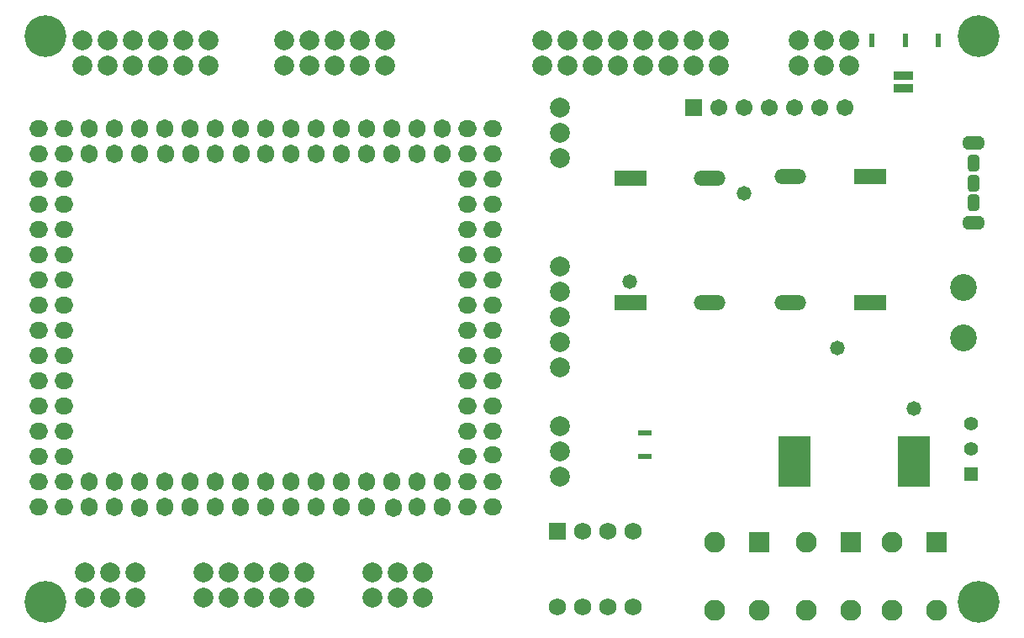
<source format=gts>
G04*
G04 #@! TF.GenerationSoftware,Altium Limited,Altium Designer,18.1.4 (159)*
G04*
G04 Layer_Color=8388736*
%FSLAX24Y24*%
%MOIN*%
G70*
G01*
G75*
%ADD22O,0.1261X0.0592*%
%ADD23R,0.1261X0.0592*%
%ADD24R,0.1261X0.2049*%
%ADD25R,0.0190X0.0375*%
%ADD26R,0.0277X0.0198*%
%ADD27R,0.0198X0.0277*%
%ADD28C,0.0789*%
%ADD29C,0.0671*%
%ADD30R,0.0671X0.0671*%
%ADD31C,0.1064*%
%ADD32C,0.0552*%
%ADD33R,0.0552X0.0552*%
%ADD34C,0.0680*%
%ADD35R,0.0680X0.0680*%
%ADD36O,0.0907X0.0552*%
G04:AMPARAMS|DCode=37|XSize=67.1mil|YSize=47.4mil|CornerRadius=13.8mil|HoleSize=0mil|Usage=FLASHONLY|Rotation=90.000|XOffset=0mil|YOffset=0mil|HoleType=Round|Shape=RoundedRectangle|*
%AMROUNDEDRECTD37*
21,1,0.0671,0.0197,0,0,90.0*
21,1,0.0394,0.0474,0,0,90.0*
1,1,0.0277,0.0098,0.0197*
1,1,0.0277,0.0098,-0.0197*
1,1,0.0277,-0.0098,-0.0197*
1,1,0.0277,-0.0098,0.0197*
%
%ADD37ROUNDEDRECTD37*%
%ADD38C,0.0828*%
%ADD39R,0.0828X0.0828*%
%ADD40O,0.0740X0.0670*%
%ADD41O,0.0670X0.0740*%
%ADD42C,0.0580*%
%ADD43C,0.1655*%
D22*
X30725Y13050D02*
D03*
X27525D02*
D03*
X30725Y18050D02*
D03*
X27525Y18000D02*
D03*
D23*
X33875Y13050D02*
D03*
X24375D02*
D03*
X33875Y18050D02*
D03*
X24375Y18000D02*
D03*
D24*
X30888Y6750D02*
D03*
X35612D02*
D03*
D25*
X35495Y21554D02*
D03*
X35298D02*
D03*
X35102D02*
D03*
X34905D02*
D03*
Y22046D02*
D03*
X35102D02*
D03*
X35298D02*
D03*
X35495D02*
D03*
D26*
X25088Y6943D02*
D03*
X24812D02*
D03*
Y7900D02*
D03*
X25088D02*
D03*
D27*
X35300Y23588D02*
D03*
Y23312D02*
D03*
X33950Y23588D02*
D03*
Y23312D02*
D03*
X36600Y23588D02*
D03*
Y23312D02*
D03*
D28*
X20900Y22450D02*
D03*
Y23450D02*
D03*
X21900Y22450D02*
D03*
X23900Y23450D02*
D03*
X27900D02*
D03*
X24900Y22450D02*
D03*
Y23450D02*
D03*
X25900Y22450D02*
D03*
X22900D02*
D03*
Y23450D02*
D03*
X23900Y22450D02*
D03*
X27900D02*
D03*
X26900Y23450D02*
D03*
Y22450D02*
D03*
X21900Y23450D02*
D03*
X25900D02*
D03*
X7650Y22450D02*
D03*
Y23450D02*
D03*
X4650D02*
D03*
Y22450D02*
D03*
X5650D02*
D03*
Y23450D02*
D03*
X6650Y22450D02*
D03*
X2650D02*
D03*
Y23450D02*
D03*
X3650Y22450D02*
D03*
X6650Y23450D02*
D03*
X3650D02*
D03*
X21600Y12500D02*
D03*
Y11500D02*
D03*
Y10500D02*
D03*
Y13500D02*
D03*
Y14500D02*
D03*
Y19800D02*
D03*
Y18800D02*
D03*
Y20800D02*
D03*
X13650Y23450D02*
D03*
X11650Y22450D02*
D03*
X14650D02*
D03*
Y23450D02*
D03*
X11650D02*
D03*
X12650Y22450D02*
D03*
X13650D02*
D03*
X10650Y23450D02*
D03*
X12650D02*
D03*
X10650Y22450D02*
D03*
X32050D02*
D03*
X31050D02*
D03*
Y23450D02*
D03*
X33050D02*
D03*
Y22450D02*
D03*
X32050Y23450D02*
D03*
X21600Y7150D02*
D03*
Y6150D02*
D03*
Y8150D02*
D03*
X15150Y2350D02*
D03*
X16150Y1350D02*
D03*
Y2350D02*
D03*
X14150D02*
D03*
Y1350D02*
D03*
X15150D02*
D03*
X3750Y2350D02*
D03*
X4750Y1350D02*
D03*
Y2350D02*
D03*
X2750D02*
D03*
Y1350D02*
D03*
X3750D02*
D03*
X10450Y2350D02*
D03*
X8450Y1350D02*
D03*
X11450D02*
D03*
Y2350D02*
D03*
X8450D02*
D03*
X9450Y1350D02*
D03*
X10450D02*
D03*
X7450Y2350D02*
D03*
X9450D02*
D03*
X7450Y1350D02*
D03*
D29*
X32900Y20800D02*
D03*
X31900D02*
D03*
X30900D02*
D03*
X29900D02*
D03*
X27900D02*
D03*
X28900D02*
D03*
D30*
X26900D02*
D03*
D31*
X37600Y13650D02*
D03*
Y11650D02*
D03*
D32*
X37900Y8250D02*
D03*
Y7250D02*
D03*
D33*
Y6250D02*
D03*
D34*
X23500Y1000D02*
D03*
X24500D02*
D03*
X21500D02*
D03*
X22500D02*
D03*
X24500Y4000D02*
D03*
X23500D02*
D03*
X22500D02*
D03*
D35*
X21500D02*
D03*
D36*
X37990Y19375D02*
D03*
Y16225D02*
D03*
D37*
Y18587D02*
D03*
Y17800D02*
D03*
Y17013D02*
D03*
D38*
X36536Y864D02*
D03*
X34764D02*
D03*
Y3541D02*
D03*
X31364D02*
D03*
Y864D02*
D03*
X33136D02*
D03*
X27714Y3541D02*
D03*
Y864D02*
D03*
X29486D02*
D03*
D39*
X36536Y3541D02*
D03*
X33136D02*
D03*
X29486D02*
D03*
D40*
X18929Y19950D02*
D03*
X17929D02*
D03*
X18929Y18950D02*
D03*
X17929D02*
D03*
X18929Y17950D02*
D03*
X17929D02*
D03*
Y16950D02*
D03*
X18929Y15950D02*
D03*
X17929D02*
D03*
X18929Y14950D02*
D03*
X17929D02*
D03*
X18929Y13950D02*
D03*
X17929D02*
D03*
X18929Y12950D02*
D03*
X17929D02*
D03*
X18929Y11950D02*
D03*
X17929D02*
D03*
X18929Y10946D02*
D03*
X17929Y10954D02*
D03*
Y9950D02*
D03*
X18929Y8950D02*
D03*
X17929D02*
D03*
X18929Y7950D02*
D03*
X17929D02*
D03*
X18929Y7009D02*
D03*
X17929Y6950D02*
D03*
X18929Y5950D02*
D03*
Y4950D02*
D03*
X17929D02*
D03*
X929Y12950D02*
D03*
X1929D02*
D03*
X929Y13950D02*
D03*
X1929D02*
D03*
X929Y4950D02*
D03*
X1929D02*
D03*
X929Y5950D02*
D03*
X1929D02*
D03*
X929Y6950D02*
D03*
X1929D02*
D03*
X929Y7950D02*
D03*
X1929D02*
D03*
X929Y8950D02*
D03*
X1929D02*
D03*
Y9950D02*
D03*
X929Y10950D02*
D03*
X1929D02*
D03*
X929Y11950D02*
D03*
X1929D02*
D03*
Y19950D02*
D03*
X929D02*
D03*
X1929Y18950D02*
D03*
X929D02*
D03*
X1929Y17950D02*
D03*
X929D02*
D03*
Y16950D02*
D03*
Y15950D02*
D03*
Y14946D02*
D03*
X1929Y15942D02*
D03*
Y14950D02*
D03*
Y16950D02*
D03*
X929Y9950D02*
D03*
X17929Y5950D02*
D03*
X18929Y9950D02*
D03*
Y16950D02*
D03*
D41*
X16929Y5950D02*
D03*
Y4950D02*
D03*
X15929Y5950D02*
D03*
Y4950D02*
D03*
X14929Y5950D02*
D03*
X13929D02*
D03*
Y4950D02*
D03*
X12929D02*
D03*
X11929Y5950D02*
D03*
Y4950D02*
D03*
X10929Y5950D02*
D03*
Y4950D02*
D03*
X9929Y5950D02*
D03*
Y4950D02*
D03*
X8929Y5950D02*
D03*
Y4950D02*
D03*
X7929Y5950D02*
D03*
Y4950D02*
D03*
X6929Y5950D02*
D03*
X5929D02*
D03*
Y4950D02*
D03*
X4929Y5950D02*
D03*
X3929D02*
D03*
Y4950D02*
D03*
X2929Y5950D02*
D03*
Y4950D02*
D03*
X16929Y19950D02*
D03*
Y18950D02*
D03*
X15929Y19950D02*
D03*
Y18950D02*
D03*
X14929Y19950D02*
D03*
Y18950D02*
D03*
X13929Y19950D02*
D03*
Y18950D02*
D03*
X12929D02*
D03*
X11929Y19950D02*
D03*
X11921Y18950D02*
D03*
X10929Y19950D02*
D03*
X9929D02*
D03*
Y18950D02*
D03*
X8929Y19950D02*
D03*
X8961Y18950D02*
D03*
X7929Y19950D02*
D03*
X7906Y18950D02*
D03*
X6929Y19950D02*
D03*
X6941Y18950D02*
D03*
X5929Y19950D02*
D03*
X5953Y18950D02*
D03*
X4929Y19950D02*
D03*
X4925Y18950D02*
D03*
X3929Y19950D02*
D03*
Y18950D02*
D03*
X2929Y19950D02*
D03*
X10929Y18950D02*
D03*
X14980Y4926D02*
D03*
X4929Y4930D02*
D03*
X6929Y4950D02*
D03*
X12929Y5950D02*
D03*
Y19950D02*
D03*
X2925Y18950D02*
D03*
D42*
X28900Y17400D02*
D03*
X24350Y13887D02*
D03*
X32600Y11250D02*
D03*
X35612Y8862D02*
D03*
D43*
X38189Y1181D02*
D03*
Y23622D02*
D03*
X1181Y1181D02*
D03*
Y23622D02*
D03*
M02*

</source>
